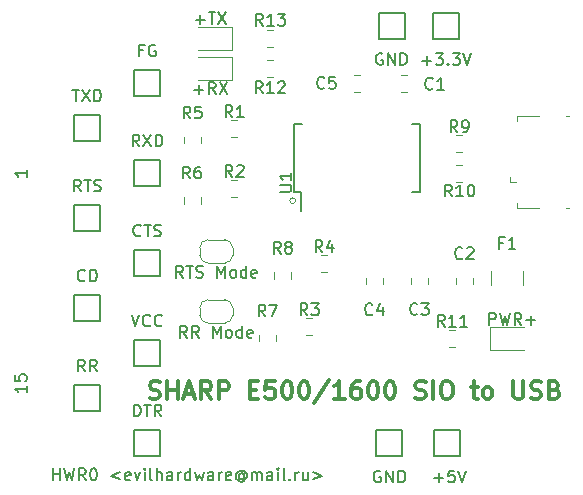
<source format=gbr>
%TF.GenerationSoftware,KiCad,Pcbnew,(5.1.6)-1*%
%TF.CreationDate,2020-08-24T13:49:57+03:00*%
%TF.ProjectId,PC1600SIO,50433136-3030-4534-994f-2e6b69636164,rev?*%
%TF.SameCoordinates,Original*%
%TF.FileFunction,Legend,Top*%
%TF.FilePolarity,Positive*%
%FSLAX46Y46*%
G04 Gerber Fmt 4.6, Leading zero omitted, Abs format (unit mm)*
G04 Created by KiCad (PCBNEW (5.1.6)-1) date 2020-08-24 13:49:57*
%MOMM*%
%LPD*%
G01*
G04 APERTURE LIST*
%ADD10C,0.150000*%
%ADD11C,0.350000*%
%ADD12C,0.120000*%
G04 APERTURE END LIST*
D10*
X98704238Y-151709380D02*
X98704238Y-150709380D01*
X98704238Y-151185571D02*
X99275666Y-151185571D01*
X99275666Y-151709380D02*
X99275666Y-150709380D01*
X99656619Y-150709380D02*
X99894714Y-151709380D01*
X100085190Y-150995095D01*
X100275666Y-151709380D01*
X100513761Y-150709380D01*
X101466142Y-151709380D02*
X101132809Y-151233190D01*
X100894714Y-151709380D02*
X100894714Y-150709380D01*
X101275666Y-150709380D01*
X101370904Y-150757000D01*
X101418523Y-150804619D01*
X101466142Y-150899857D01*
X101466142Y-151042714D01*
X101418523Y-151137952D01*
X101370904Y-151185571D01*
X101275666Y-151233190D01*
X100894714Y-151233190D01*
X102085190Y-150709380D02*
X102180428Y-150709380D01*
X102275666Y-150757000D01*
X102323285Y-150804619D01*
X102370904Y-150899857D01*
X102418523Y-151090333D01*
X102418523Y-151328428D01*
X102370904Y-151518904D01*
X102323285Y-151614142D01*
X102275666Y-151661761D01*
X102180428Y-151709380D01*
X102085190Y-151709380D01*
X101989952Y-151661761D01*
X101942333Y-151614142D01*
X101894714Y-151518904D01*
X101847095Y-151328428D01*
X101847095Y-151090333D01*
X101894714Y-150899857D01*
X101942333Y-150804619D01*
X101989952Y-150757000D01*
X102085190Y-150709380D01*
X104370904Y-151042714D02*
X103609000Y-151328428D01*
X104370904Y-151614142D01*
X105228047Y-151661761D02*
X105132809Y-151709380D01*
X104942333Y-151709380D01*
X104847095Y-151661761D01*
X104799476Y-151566523D01*
X104799476Y-151185571D01*
X104847095Y-151090333D01*
X104942333Y-151042714D01*
X105132809Y-151042714D01*
X105228047Y-151090333D01*
X105275666Y-151185571D01*
X105275666Y-151280809D01*
X104799476Y-151376047D01*
X105609000Y-151042714D02*
X105847095Y-151709380D01*
X106085190Y-151042714D01*
X106466142Y-151709380D02*
X106466142Y-151042714D01*
X106466142Y-150709380D02*
X106418523Y-150757000D01*
X106466142Y-150804619D01*
X106513761Y-150757000D01*
X106466142Y-150709380D01*
X106466142Y-150804619D01*
X107085190Y-151709380D02*
X106989952Y-151661761D01*
X106942333Y-151566523D01*
X106942333Y-150709380D01*
X107466142Y-151709380D02*
X107466142Y-150709380D01*
X107894714Y-151709380D02*
X107894714Y-151185571D01*
X107847095Y-151090333D01*
X107751857Y-151042714D01*
X107609000Y-151042714D01*
X107513761Y-151090333D01*
X107466142Y-151137952D01*
X108799476Y-151709380D02*
X108799476Y-151185571D01*
X108751857Y-151090333D01*
X108656619Y-151042714D01*
X108466142Y-151042714D01*
X108370904Y-151090333D01*
X108799476Y-151661761D02*
X108704238Y-151709380D01*
X108466142Y-151709380D01*
X108370904Y-151661761D01*
X108323285Y-151566523D01*
X108323285Y-151471285D01*
X108370904Y-151376047D01*
X108466142Y-151328428D01*
X108704238Y-151328428D01*
X108799476Y-151280809D01*
X109275666Y-151709380D02*
X109275666Y-151042714D01*
X109275666Y-151233190D02*
X109323285Y-151137952D01*
X109370904Y-151090333D01*
X109466142Y-151042714D01*
X109561380Y-151042714D01*
X110323285Y-151709380D02*
X110323285Y-150709380D01*
X110323285Y-151661761D02*
X110228047Y-151709380D01*
X110037571Y-151709380D01*
X109942333Y-151661761D01*
X109894714Y-151614142D01*
X109847095Y-151518904D01*
X109847095Y-151233190D01*
X109894714Y-151137952D01*
X109942333Y-151090333D01*
X110037571Y-151042714D01*
X110228047Y-151042714D01*
X110323285Y-151090333D01*
X110704238Y-151042714D02*
X110894714Y-151709380D01*
X111085190Y-151233190D01*
X111275666Y-151709380D01*
X111466142Y-151042714D01*
X112275666Y-151709380D02*
X112275666Y-151185571D01*
X112228047Y-151090333D01*
X112132809Y-151042714D01*
X111942333Y-151042714D01*
X111847095Y-151090333D01*
X112275666Y-151661761D02*
X112180428Y-151709380D01*
X111942333Y-151709380D01*
X111847095Y-151661761D01*
X111799476Y-151566523D01*
X111799476Y-151471285D01*
X111847095Y-151376047D01*
X111942333Y-151328428D01*
X112180428Y-151328428D01*
X112275666Y-151280809D01*
X112751857Y-151709380D02*
X112751857Y-151042714D01*
X112751857Y-151233190D02*
X112799476Y-151137952D01*
X112847095Y-151090333D01*
X112942333Y-151042714D01*
X113037571Y-151042714D01*
X113751857Y-151661761D02*
X113656619Y-151709380D01*
X113466142Y-151709380D01*
X113370904Y-151661761D01*
X113323285Y-151566523D01*
X113323285Y-151185571D01*
X113370904Y-151090333D01*
X113466142Y-151042714D01*
X113656619Y-151042714D01*
X113751857Y-151090333D01*
X113799476Y-151185571D01*
X113799476Y-151280809D01*
X113323285Y-151376047D01*
X114847095Y-151233190D02*
X114799476Y-151185571D01*
X114704238Y-151137952D01*
X114609000Y-151137952D01*
X114513761Y-151185571D01*
X114466142Y-151233190D01*
X114418523Y-151328428D01*
X114418523Y-151423666D01*
X114466142Y-151518904D01*
X114513761Y-151566523D01*
X114609000Y-151614142D01*
X114704238Y-151614142D01*
X114799476Y-151566523D01*
X114847095Y-151518904D01*
X114847095Y-151137952D02*
X114847095Y-151518904D01*
X114894714Y-151566523D01*
X114942333Y-151566523D01*
X115037571Y-151518904D01*
X115085190Y-151423666D01*
X115085190Y-151185571D01*
X114989952Y-151042714D01*
X114847095Y-150947476D01*
X114656619Y-150899857D01*
X114466142Y-150947476D01*
X114323285Y-151042714D01*
X114228047Y-151185571D01*
X114180428Y-151376047D01*
X114228047Y-151566523D01*
X114323285Y-151709380D01*
X114466142Y-151804619D01*
X114656619Y-151852238D01*
X114847095Y-151804619D01*
X114989952Y-151709380D01*
X115513761Y-151709380D02*
X115513761Y-151042714D01*
X115513761Y-151137952D02*
X115561380Y-151090333D01*
X115656619Y-151042714D01*
X115799476Y-151042714D01*
X115894714Y-151090333D01*
X115942333Y-151185571D01*
X115942333Y-151709380D01*
X115942333Y-151185571D02*
X115989952Y-151090333D01*
X116085190Y-151042714D01*
X116228047Y-151042714D01*
X116323285Y-151090333D01*
X116370904Y-151185571D01*
X116370904Y-151709380D01*
X117275666Y-151709380D02*
X117275666Y-151185571D01*
X117228047Y-151090333D01*
X117132809Y-151042714D01*
X116942333Y-151042714D01*
X116847095Y-151090333D01*
X117275666Y-151661761D02*
X117180428Y-151709380D01*
X116942333Y-151709380D01*
X116847095Y-151661761D01*
X116799476Y-151566523D01*
X116799476Y-151471285D01*
X116847095Y-151376047D01*
X116942333Y-151328428D01*
X117180428Y-151328428D01*
X117275666Y-151280809D01*
X117751857Y-151709380D02*
X117751857Y-151042714D01*
X117751857Y-150709380D02*
X117704238Y-150757000D01*
X117751857Y-150804619D01*
X117799476Y-150757000D01*
X117751857Y-150709380D01*
X117751857Y-150804619D01*
X118370904Y-151709380D02*
X118275666Y-151661761D01*
X118228047Y-151566523D01*
X118228047Y-150709380D01*
X118751857Y-151614142D02*
X118799476Y-151661761D01*
X118751857Y-151709380D01*
X118704238Y-151661761D01*
X118751857Y-151614142D01*
X118751857Y-151709380D01*
X119228047Y-151709380D02*
X119228047Y-151042714D01*
X119228047Y-151233190D02*
X119275666Y-151137952D01*
X119323285Y-151090333D01*
X119418523Y-151042714D01*
X119513761Y-151042714D01*
X120275666Y-151042714D02*
X120275666Y-151709380D01*
X119847095Y-151042714D02*
X119847095Y-151566523D01*
X119894714Y-151661761D01*
X119989952Y-151709380D01*
X120132809Y-151709380D01*
X120228047Y-151661761D01*
X120275666Y-151614142D01*
X120751857Y-151042714D02*
X121513761Y-151328428D01*
X120751857Y-151614142D01*
D11*
X106884571Y-144752142D02*
X107098857Y-144823571D01*
X107455999Y-144823571D01*
X107598857Y-144752142D01*
X107670285Y-144680714D01*
X107741714Y-144537857D01*
X107741714Y-144395000D01*
X107670285Y-144252142D01*
X107598857Y-144180714D01*
X107455999Y-144109285D01*
X107170285Y-144037857D01*
X107027428Y-143966428D01*
X106955999Y-143895000D01*
X106884571Y-143752142D01*
X106884571Y-143609285D01*
X106955999Y-143466428D01*
X107027428Y-143395000D01*
X107170285Y-143323571D01*
X107527428Y-143323571D01*
X107741714Y-143395000D01*
X108384571Y-144823571D02*
X108384571Y-143323571D01*
X108384571Y-144037857D02*
X109241714Y-144037857D01*
X109241714Y-144823571D02*
X109241714Y-143323571D01*
X109884571Y-144395000D02*
X110598857Y-144395000D01*
X109741714Y-144823571D02*
X110241714Y-143323571D01*
X110741714Y-144823571D01*
X112098857Y-144823571D02*
X111598857Y-144109285D01*
X111241714Y-144823571D02*
X111241714Y-143323571D01*
X111813142Y-143323571D01*
X111955999Y-143395000D01*
X112027428Y-143466428D01*
X112098857Y-143609285D01*
X112098857Y-143823571D01*
X112027428Y-143966428D01*
X111955999Y-144037857D01*
X111813142Y-144109285D01*
X111241714Y-144109285D01*
X112741714Y-144823571D02*
X112741714Y-143323571D01*
X113313142Y-143323571D01*
X113455999Y-143395000D01*
X113527428Y-143466428D01*
X113598857Y-143609285D01*
X113598857Y-143823571D01*
X113527428Y-143966428D01*
X113455999Y-144037857D01*
X113313142Y-144109285D01*
X112741714Y-144109285D01*
X115384571Y-144037857D02*
X115884571Y-144037857D01*
X116098857Y-144823571D02*
X115384571Y-144823571D01*
X115384571Y-143323571D01*
X116098857Y-143323571D01*
X117455999Y-143323571D02*
X116741714Y-143323571D01*
X116670285Y-144037857D01*
X116741714Y-143966428D01*
X116884571Y-143895000D01*
X117241714Y-143895000D01*
X117384571Y-143966428D01*
X117455999Y-144037857D01*
X117527428Y-144180714D01*
X117527428Y-144537857D01*
X117455999Y-144680714D01*
X117384571Y-144752142D01*
X117241714Y-144823571D01*
X116884571Y-144823571D01*
X116741714Y-144752142D01*
X116670285Y-144680714D01*
X118456000Y-143323571D02*
X118598857Y-143323571D01*
X118741714Y-143395000D01*
X118813142Y-143466428D01*
X118884571Y-143609285D01*
X118956000Y-143895000D01*
X118956000Y-144252142D01*
X118884571Y-144537857D01*
X118813142Y-144680714D01*
X118741714Y-144752142D01*
X118598857Y-144823571D01*
X118456000Y-144823571D01*
X118313142Y-144752142D01*
X118241714Y-144680714D01*
X118170285Y-144537857D01*
X118098857Y-144252142D01*
X118098857Y-143895000D01*
X118170285Y-143609285D01*
X118241714Y-143466428D01*
X118313142Y-143395000D01*
X118456000Y-143323571D01*
X119884571Y-143323571D02*
X120027428Y-143323571D01*
X120170285Y-143395000D01*
X120241714Y-143466428D01*
X120313142Y-143609285D01*
X120384571Y-143895000D01*
X120384571Y-144252142D01*
X120313142Y-144537857D01*
X120241714Y-144680714D01*
X120170285Y-144752142D01*
X120027428Y-144823571D01*
X119884571Y-144823571D01*
X119741714Y-144752142D01*
X119670285Y-144680714D01*
X119598857Y-144537857D01*
X119527428Y-144252142D01*
X119527428Y-143895000D01*
X119598857Y-143609285D01*
X119670285Y-143466428D01*
X119741714Y-143395000D01*
X119884571Y-143323571D01*
X122098857Y-143252142D02*
X120813142Y-145180714D01*
X123384571Y-144823571D02*
X122527428Y-144823571D01*
X122956000Y-144823571D02*
X122956000Y-143323571D01*
X122813142Y-143537857D01*
X122670285Y-143680714D01*
X122527428Y-143752142D01*
X124670285Y-143323571D02*
X124384571Y-143323571D01*
X124241714Y-143395000D01*
X124170285Y-143466428D01*
X124027428Y-143680714D01*
X123956000Y-143966428D01*
X123956000Y-144537857D01*
X124027428Y-144680714D01*
X124098857Y-144752142D01*
X124241714Y-144823571D01*
X124527428Y-144823571D01*
X124670285Y-144752142D01*
X124741714Y-144680714D01*
X124813142Y-144537857D01*
X124813142Y-144180714D01*
X124741714Y-144037857D01*
X124670285Y-143966428D01*
X124527428Y-143895000D01*
X124241714Y-143895000D01*
X124098857Y-143966428D01*
X124027428Y-144037857D01*
X123956000Y-144180714D01*
X125741714Y-143323571D02*
X125884571Y-143323571D01*
X126027428Y-143395000D01*
X126098857Y-143466428D01*
X126170285Y-143609285D01*
X126241714Y-143895000D01*
X126241714Y-144252142D01*
X126170285Y-144537857D01*
X126098857Y-144680714D01*
X126027428Y-144752142D01*
X125884571Y-144823571D01*
X125741714Y-144823571D01*
X125598857Y-144752142D01*
X125527428Y-144680714D01*
X125456000Y-144537857D01*
X125384571Y-144252142D01*
X125384571Y-143895000D01*
X125456000Y-143609285D01*
X125527428Y-143466428D01*
X125598857Y-143395000D01*
X125741714Y-143323571D01*
X127170285Y-143323571D02*
X127313142Y-143323571D01*
X127456000Y-143395000D01*
X127527428Y-143466428D01*
X127598857Y-143609285D01*
X127670285Y-143895000D01*
X127670285Y-144252142D01*
X127598857Y-144537857D01*
X127527428Y-144680714D01*
X127456000Y-144752142D01*
X127313142Y-144823571D01*
X127170285Y-144823571D01*
X127027428Y-144752142D01*
X126956000Y-144680714D01*
X126884571Y-144537857D01*
X126813142Y-144252142D01*
X126813142Y-143895000D01*
X126884571Y-143609285D01*
X126956000Y-143466428D01*
X127027428Y-143395000D01*
X127170285Y-143323571D01*
X129384571Y-144752142D02*
X129598857Y-144823571D01*
X129956000Y-144823571D01*
X130098857Y-144752142D01*
X130170285Y-144680714D01*
X130241714Y-144537857D01*
X130241714Y-144395000D01*
X130170285Y-144252142D01*
X130098857Y-144180714D01*
X129956000Y-144109285D01*
X129670285Y-144037857D01*
X129527428Y-143966428D01*
X129456000Y-143895000D01*
X129384571Y-143752142D01*
X129384571Y-143609285D01*
X129456000Y-143466428D01*
X129527428Y-143395000D01*
X129670285Y-143323571D01*
X130027428Y-143323571D01*
X130241714Y-143395000D01*
X130884571Y-144823571D02*
X130884571Y-143323571D01*
X131884571Y-143323571D02*
X132170285Y-143323571D01*
X132313142Y-143395000D01*
X132455999Y-143537857D01*
X132527428Y-143823571D01*
X132527428Y-144323571D01*
X132455999Y-144609285D01*
X132313142Y-144752142D01*
X132170285Y-144823571D01*
X131884571Y-144823571D01*
X131741714Y-144752142D01*
X131598857Y-144609285D01*
X131527428Y-144323571D01*
X131527428Y-143823571D01*
X131598857Y-143537857D01*
X131741714Y-143395000D01*
X131884571Y-143323571D01*
X134098857Y-143823571D02*
X134670285Y-143823571D01*
X134313142Y-143323571D02*
X134313142Y-144609285D01*
X134384571Y-144752142D01*
X134527428Y-144823571D01*
X134670285Y-144823571D01*
X135384571Y-144823571D02*
X135241714Y-144752142D01*
X135170285Y-144680714D01*
X135098857Y-144537857D01*
X135098857Y-144109285D01*
X135170285Y-143966428D01*
X135241714Y-143895000D01*
X135384571Y-143823571D01*
X135598857Y-143823571D01*
X135741714Y-143895000D01*
X135813142Y-143966428D01*
X135884571Y-144109285D01*
X135884571Y-144537857D01*
X135813142Y-144680714D01*
X135741714Y-144752142D01*
X135598857Y-144823571D01*
X135384571Y-144823571D01*
X137670285Y-143323571D02*
X137670285Y-144537857D01*
X137741714Y-144680714D01*
X137813142Y-144752142D01*
X137956000Y-144823571D01*
X138241714Y-144823571D01*
X138384571Y-144752142D01*
X138456000Y-144680714D01*
X138527428Y-144537857D01*
X138527428Y-143323571D01*
X139170285Y-144752142D02*
X139384571Y-144823571D01*
X139741714Y-144823571D01*
X139884571Y-144752142D01*
X139956000Y-144680714D01*
X140027428Y-144537857D01*
X140027428Y-144395000D01*
X139956000Y-144252142D01*
X139884571Y-144180714D01*
X139741714Y-144109285D01*
X139456000Y-144037857D01*
X139313142Y-143966428D01*
X139241714Y-143895000D01*
X139170285Y-143752142D01*
X139170285Y-143609285D01*
X139241714Y-143466428D01*
X139313142Y-143395000D01*
X139456000Y-143323571D01*
X139813142Y-143323571D01*
X140027428Y-143395000D01*
X141170285Y-144037857D02*
X141384571Y-144109285D01*
X141456000Y-144180714D01*
X141527428Y-144323571D01*
X141527428Y-144537857D01*
X141456000Y-144680714D01*
X141384571Y-144752142D01*
X141241714Y-144823571D01*
X140670285Y-144823571D01*
X140670285Y-143323571D01*
X141170285Y-143323571D01*
X141313142Y-143395000D01*
X141384571Y-143466428D01*
X141456000Y-143609285D01*
X141456000Y-143752142D01*
X141384571Y-143895000D01*
X141313142Y-143966428D01*
X141170285Y-144037857D01*
X140670285Y-144037857D01*
D10*
X96464380Y-143700476D02*
X96464380Y-144271904D01*
X96464380Y-143986190D02*
X95464380Y-143986190D01*
X95607238Y-144081428D01*
X95702476Y-144176666D01*
X95750095Y-144271904D01*
X95464380Y-142795714D02*
X95464380Y-143271904D01*
X95940571Y-143319523D01*
X95892952Y-143271904D01*
X95845333Y-143176666D01*
X95845333Y-142938571D01*
X95892952Y-142843333D01*
X95940571Y-142795714D01*
X96035809Y-142748095D01*
X96273904Y-142748095D01*
X96369142Y-142795714D01*
X96416761Y-142843333D01*
X96464380Y-142938571D01*
X96464380Y-143176666D01*
X96416761Y-143271904D01*
X96369142Y-143319523D01*
X96464380Y-125444285D02*
X96464380Y-126015714D01*
X96464380Y-125730000D02*
X95464380Y-125730000D01*
X95607238Y-125825238D01*
X95702476Y-125920476D01*
X95750095Y-126015714D01*
X126415895Y-150934800D02*
X126320657Y-150887180D01*
X126177800Y-150887180D01*
X126034942Y-150934800D01*
X125939704Y-151030038D01*
X125892085Y-151125276D01*
X125844466Y-151315752D01*
X125844466Y-151458609D01*
X125892085Y-151649085D01*
X125939704Y-151744323D01*
X126034942Y-151839561D01*
X126177800Y-151887180D01*
X126273038Y-151887180D01*
X126415895Y-151839561D01*
X126463514Y-151791942D01*
X126463514Y-151458609D01*
X126273038Y-151458609D01*
X126892085Y-151887180D02*
X126892085Y-150887180D01*
X127463514Y-151887180D01*
X127463514Y-150887180D01*
X127939704Y-151887180D02*
X127939704Y-150887180D01*
X128177800Y-150887180D01*
X128320657Y-150934800D01*
X128415895Y-151030038D01*
X128463514Y-151125276D01*
X128511133Y-151315752D01*
X128511133Y-151458609D01*
X128463514Y-151649085D01*
X128415895Y-151744323D01*
X128320657Y-151839561D01*
X128177800Y-151887180D01*
X127939704Y-151887180D01*
X130972085Y-151506228D02*
X131733990Y-151506228D01*
X131353038Y-151887180D02*
X131353038Y-151125276D01*
X132686371Y-150887180D02*
X132210180Y-150887180D01*
X132162561Y-151363371D01*
X132210180Y-151315752D01*
X132305419Y-151268133D01*
X132543514Y-151268133D01*
X132638752Y-151315752D01*
X132686371Y-151363371D01*
X132733990Y-151458609D01*
X132733990Y-151696704D01*
X132686371Y-151791942D01*
X132638752Y-151839561D01*
X132543514Y-151887180D01*
X132305419Y-151887180D01*
X132210180Y-151839561D01*
X132162561Y-151791942D01*
X133019704Y-150887180D02*
X133353038Y-151887180D01*
X133686371Y-150887180D01*
X126593695Y-115603400D02*
X126498457Y-115555780D01*
X126355600Y-115555780D01*
X126212742Y-115603400D01*
X126117504Y-115698638D01*
X126069885Y-115793876D01*
X126022266Y-115984352D01*
X126022266Y-116127209D01*
X126069885Y-116317685D01*
X126117504Y-116412923D01*
X126212742Y-116508161D01*
X126355600Y-116555780D01*
X126450838Y-116555780D01*
X126593695Y-116508161D01*
X126641314Y-116460542D01*
X126641314Y-116127209D01*
X126450838Y-116127209D01*
X127069885Y-116555780D02*
X127069885Y-115555780D01*
X127641314Y-116555780D01*
X127641314Y-115555780D01*
X128117504Y-116555780D02*
X128117504Y-115555780D01*
X128355600Y-115555780D01*
X128498457Y-115603400D01*
X128593695Y-115698638D01*
X128641314Y-115793876D01*
X128688933Y-115984352D01*
X128688933Y-116127209D01*
X128641314Y-116317685D01*
X128593695Y-116412923D01*
X128498457Y-116508161D01*
X128355600Y-116555780D01*
X128117504Y-116555780D01*
X129953000Y-116174828D02*
X130714904Y-116174828D01*
X130333952Y-116555780D02*
X130333952Y-115793876D01*
X131095857Y-115555780D02*
X131714904Y-115555780D01*
X131381571Y-115936733D01*
X131524428Y-115936733D01*
X131619666Y-115984352D01*
X131667285Y-116031971D01*
X131714904Y-116127209D01*
X131714904Y-116365304D01*
X131667285Y-116460542D01*
X131619666Y-116508161D01*
X131524428Y-116555780D01*
X131238714Y-116555780D01*
X131143476Y-116508161D01*
X131095857Y-116460542D01*
X132143476Y-116460542D02*
X132191095Y-116508161D01*
X132143476Y-116555780D01*
X132095857Y-116508161D01*
X132143476Y-116460542D01*
X132143476Y-116555780D01*
X132524428Y-115555780D02*
X133143476Y-115555780D01*
X132810142Y-115936733D01*
X132953000Y-115936733D01*
X133048238Y-115984352D01*
X133095857Y-116031971D01*
X133143476Y-116127209D01*
X133143476Y-116365304D01*
X133095857Y-116460542D01*
X133048238Y-116508161D01*
X132953000Y-116555780D01*
X132667285Y-116555780D01*
X132572047Y-116508161D01*
X132524428Y-116460542D01*
X133429190Y-115555780D02*
X133762523Y-116555780D01*
X134095857Y-115555780D01*
X110775904Y-112720428D02*
X111537809Y-112720428D01*
X111156857Y-113101380D02*
X111156857Y-112339476D01*
X111871142Y-112101380D02*
X112442571Y-112101380D01*
X112156857Y-113101380D02*
X112156857Y-112101380D01*
X112680666Y-112101380D02*
X113347333Y-113101380D01*
X113347333Y-112101380D02*
X112680666Y-113101380D01*
X110656857Y-118638628D02*
X111418761Y-118638628D01*
X111037809Y-119019580D02*
X111037809Y-118257676D01*
X112466380Y-119019580D02*
X112133047Y-118543390D01*
X111894952Y-119019580D02*
X111894952Y-118019580D01*
X112275904Y-118019580D01*
X112371142Y-118067200D01*
X112418761Y-118114819D01*
X112466380Y-118210057D01*
X112466380Y-118352914D01*
X112418761Y-118448152D01*
X112371142Y-118495771D01*
X112275904Y-118543390D01*
X111894952Y-118543390D01*
X112799714Y-118019580D02*
X113466380Y-119019580D01*
X113466380Y-118019580D02*
X112799714Y-119019580D01*
X135639419Y-138552180D02*
X135639419Y-137552180D01*
X136020371Y-137552180D01*
X136115609Y-137599800D01*
X136163228Y-137647419D01*
X136210847Y-137742657D01*
X136210847Y-137885514D01*
X136163228Y-137980752D01*
X136115609Y-138028371D01*
X136020371Y-138075990D01*
X135639419Y-138075990D01*
X136544180Y-137552180D02*
X136782276Y-138552180D01*
X136972752Y-137837895D01*
X137163228Y-138552180D01*
X137401323Y-137552180D01*
X138353704Y-138552180D02*
X138020371Y-138075990D01*
X137782276Y-138552180D02*
X137782276Y-137552180D01*
X138163228Y-137552180D01*
X138258466Y-137599800D01*
X138306085Y-137647419D01*
X138353704Y-137742657D01*
X138353704Y-137885514D01*
X138306085Y-137980752D01*
X138258466Y-138028371D01*
X138163228Y-138075990D01*
X137782276Y-138075990D01*
X138782276Y-138171228D02*
X139544180Y-138171228D01*
X139163228Y-138552180D02*
X139163228Y-137790276D01*
D12*
X119239966Y-128041400D02*
G75*
G03*
X119239966Y-128041400I-240966J0D01*
G01*
D10*
X109688666Y-134564380D02*
X109355333Y-134088190D01*
X109117238Y-134564380D02*
X109117238Y-133564380D01*
X109498190Y-133564380D01*
X109593428Y-133612000D01*
X109641047Y-133659619D01*
X109688666Y-133754857D01*
X109688666Y-133897714D01*
X109641047Y-133992952D01*
X109593428Y-134040571D01*
X109498190Y-134088190D01*
X109117238Y-134088190D01*
X109974380Y-133564380D02*
X110545809Y-133564380D01*
X110260095Y-134564380D02*
X110260095Y-133564380D01*
X110831523Y-134516761D02*
X110974380Y-134564380D01*
X111212476Y-134564380D01*
X111307714Y-134516761D01*
X111355333Y-134469142D01*
X111402952Y-134373904D01*
X111402952Y-134278666D01*
X111355333Y-134183428D01*
X111307714Y-134135809D01*
X111212476Y-134088190D01*
X111022000Y-134040571D01*
X110926761Y-133992952D01*
X110879142Y-133945333D01*
X110831523Y-133850095D01*
X110831523Y-133754857D01*
X110879142Y-133659619D01*
X110926761Y-133612000D01*
X111022000Y-133564380D01*
X111260095Y-133564380D01*
X111402952Y-133612000D01*
X112593428Y-134564380D02*
X112593428Y-133564380D01*
X112926761Y-134278666D01*
X113260095Y-133564380D01*
X113260095Y-134564380D01*
X113879142Y-134564380D02*
X113783904Y-134516761D01*
X113736285Y-134469142D01*
X113688666Y-134373904D01*
X113688666Y-134088190D01*
X113736285Y-133992952D01*
X113783904Y-133945333D01*
X113879142Y-133897714D01*
X114022000Y-133897714D01*
X114117238Y-133945333D01*
X114164857Y-133992952D01*
X114212476Y-134088190D01*
X114212476Y-134373904D01*
X114164857Y-134469142D01*
X114117238Y-134516761D01*
X114022000Y-134564380D01*
X113879142Y-134564380D01*
X115069619Y-134564380D02*
X115069619Y-133564380D01*
X115069619Y-134516761D02*
X114974380Y-134564380D01*
X114783904Y-134564380D01*
X114688666Y-134516761D01*
X114641047Y-134469142D01*
X114593428Y-134373904D01*
X114593428Y-134088190D01*
X114641047Y-133992952D01*
X114688666Y-133945333D01*
X114783904Y-133897714D01*
X114974380Y-133897714D01*
X115069619Y-133945333D01*
X115926761Y-134516761D02*
X115831523Y-134564380D01*
X115641047Y-134564380D01*
X115545809Y-134516761D01*
X115498190Y-134421523D01*
X115498190Y-134040571D01*
X115545809Y-133945333D01*
X115641047Y-133897714D01*
X115831523Y-133897714D01*
X115926761Y-133945333D01*
X115974380Y-134040571D01*
X115974380Y-134135809D01*
X115498190Y-134231047D01*
X110045809Y-139644380D02*
X109712476Y-139168190D01*
X109474380Y-139644380D02*
X109474380Y-138644380D01*
X109855333Y-138644380D01*
X109950571Y-138692000D01*
X109998190Y-138739619D01*
X110045809Y-138834857D01*
X110045809Y-138977714D01*
X109998190Y-139072952D01*
X109950571Y-139120571D01*
X109855333Y-139168190D01*
X109474380Y-139168190D01*
X111045809Y-139644380D02*
X110712476Y-139168190D01*
X110474380Y-139644380D02*
X110474380Y-138644380D01*
X110855333Y-138644380D01*
X110950571Y-138692000D01*
X110998190Y-138739619D01*
X111045809Y-138834857D01*
X111045809Y-138977714D01*
X110998190Y-139072952D01*
X110950571Y-139120571D01*
X110855333Y-139168190D01*
X110474380Y-139168190D01*
X112236285Y-139644380D02*
X112236285Y-138644380D01*
X112569619Y-139358666D01*
X112902952Y-138644380D01*
X112902952Y-139644380D01*
X113522000Y-139644380D02*
X113426761Y-139596761D01*
X113379142Y-139549142D01*
X113331523Y-139453904D01*
X113331523Y-139168190D01*
X113379142Y-139072952D01*
X113426761Y-139025333D01*
X113522000Y-138977714D01*
X113664857Y-138977714D01*
X113760095Y-139025333D01*
X113807714Y-139072952D01*
X113855333Y-139168190D01*
X113855333Y-139453904D01*
X113807714Y-139549142D01*
X113760095Y-139596761D01*
X113664857Y-139644380D01*
X113522000Y-139644380D01*
X114712476Y-139644380D02*
X114712476Y-138644380D01*
X114712476Y-139596761D02*
X114617238Y-139644380D01*
X114426761Y-139644380D01*
X114331523Y-139596761D01*
X114283904Y-139549142D01*
X114236285Y-139453904D01*
X114236285Y-139168190D01*
X114283904Y-139072952D01*
X114331523Y-139025333D01*
X114426761Y-138977714D01*
X114617238Y-138977714D01*
X114712476Y-139025333D01*
X115569619Y-139596761D02*
X115474380Y-139644380D01*
X115283904Y-139644380D01*
X115188666Y-139596761D01*
X115141047Y-139501523D01*
X115141047Y-139120571D01*
X115188666Y-139025333D01*
X115283904Y-138977714D01*
X115474380Y-138977714D01*
X115569619Y-139025333D01*
X115617238Y-139120571D01*
X115617238Y-139215809D01*
X115141047Y-139311047D01*
X105537142Y-146299180D02*
X105537142Y-145299180D01*
X105775238Y-145299180D01*
X105918095Y-145346800D01*
X106013333Y-145442038D01*
X106060952Y-145537276D01*
X106108571Y-145727752D01*
X106108571Y-145870609D01*
X106060952Y-146061085D01*
X106013333Y-146156323D01*
X105918095Y-146251561D01*
X105775238Y-146299180D01*
X105537142Y-146299180D01*
X106394285Y-145299180D02*
X106965714Y-145299180D01*
X106680000Y-146299180D02*
X106680000Y-145299180D01*
X107870476Y-146299180D02*
X107537142Y-145822990D01*
X107299047Y-146299180D02*
X107299047Y-145299180D01*
X107680000Y-145299180D01*
X107775238Y-145346800D01*
X107822857Y-145394419D01*
X107870476Y-145489657D01*
X107870476Y-145632514D01*
X107822857Y-145727752D01*
X107775238Y-145775371D01*
X107680000Y-145822990D01*
X107299047Y-145822990D01*
X101409523Y-142489180D02*
X101076190Y-142012990D01*
X100838095Y-142489180D02*
X100838095Y-141489180D01*
X101219047Y-141489180D01*
X101314285Y-141536800D01*
X101361904Y-141584419D01*
X101409523Y-141679657D01*
X101409523Y-141822514D01*
X101361904Y-141917752D01*
X101314285Y-141965371D01*
X101219047Y-142012990D01*
X100838095Y-142012990D01*
X102409523Y-142489180D02*
X102076190Y-142012990D01*
X101838095Y-142489180D02*
X101838095Y-141489180D01*
X102219047Y-141489180D01*
X102314285Y-141536800D01*
X102361904Y-141584419D01*
X102409523Y-141679657D01*
X102409523Y-141822514D01*
X102361904Y-141917752D01*
X102314285Y-141965371D01*
X102219047Y-142012990D01*
X101838095Y-142012990D01*
X105346666Y-137679180D02*
X105680000Y-138679180D01*
X106013333Y-137679180D01*
X106918095Y-138583942D02*
X106870476Y-138631561D01*
X106727619Y-138679180D01*
X106632380Y-138679180D01*
X106489523Y-138631561D01*
X106394285Y-138536323D01*
X106346666Y-138441085D01*
X106299047Y-138250609D01*
X106299047Y-138107752D01*
X106346666Y-137917276D01*
X106394285Y-137822038D01*
X106489523Y-137726800D01*
X106632380Y-137679180D01*
X106727619Y-137679180D01*
X106870476Y-137726800D01*
X106918095Y-137774419D01*
X107918095Y-138583942D02*
X107870476Y-138631561D01*
X107727619Y-138679180D01*
X107632380Y-138679180D01*
X107489523Y-138631561D01*
X107394285Y-138536323D01*
X107346666Y-138441085D01*
X107299047Y-138250609D01*
X107299047Y-138107752D01*
X107346666Y-137917276D01*
X107394285Y-137822038D01*
X107489523Y-137726800D01*
X107632380Y-137679180D01*
X107727619Y-137679180D01*
X107870476Y-137726800D01*
X107918095Y-137774419D01*
X101409523Y-134773942D02*
X101361904Y-134821561D01*
X101219047Y-134869180D01*
X101123809Y-134869180D01*
X100980952Y-134821561D01*
X100885714Y-134726323D01*
X100838095Y-134631085D01*
X100790476Y-134440609D01*
X100790476Y-134297752D01*
X100838095Y-134107276D01*
X100885714Y-134012038D01*
X100980952Y-133916800D01*
X101123809Y-133869180D01*
X101219047Y-133869180D01*
X101361904Y-133916800D01*
X101409523Y-133964419D01*
X101838095Y-134869180D02*
X101838095Y-133869180D01*
X102076190Y-133869180D01*
X102219047Y-133916800D01*
X102314285Y-134012038D01*
X102361904Y-134107276D01*
X102409523Y-134297752D01*
X102409523Y-134440609D01*
X102361904Y-134631085D01*
X102314285Y-134726323D01*
X102219047Y-134821561D01*
X102076190Y-134869180D01*
X101838095Y-134869180D01*
X106132380Y-130963942D02*
X106084761Y-131011561D01*
X105941904Y-131059180D01*
X105846666Y-131059180D01*
X105703809Y-131011561D01*
X105608571Y-130916323D01*
X105560952Y-130821085D01*
X105513333Y-130630609D01*
X105513333Y-130487752D01*
X105560952Y-130297276D01*
X105608571Y-130202038D01*
X105703809Y-130106800D01*
X105846666Y-130059180D01*
X105941904Y-130059180D01*
X106084761Y-130106800D01*
X106132380Y-130154419D01*
X106418095Y-130059180D02*
X106989523Y-130059180D01*
X106703809Y-131059180D02*
X106703809Y-130059180D01*
X107275238Y-131011561D02*
X107418095Y-131059180D01*
X107656190Y-131059180D01*
X107751428Y-131011561D01*
X107799047Y-130963942D01*
X107846666Y-130868704D01*
X107846666Y-130773466D01*
X107799047Y-130678228D01*
X107751428Y-130630609D01*
X107656190Y-130582990D01*
X107465714Y-130535371D01*
X107370476Y-130487752D01*
X107322857Y-130440133D01*
X107275238Y-130344895D01*
X107275238Y-130249657D01*
X107322857Y-130154419D01*
X107370476Y-130106800D01*
X107465714Y-130059180D01*
X107703809Y-130059180D01*
X107846666Y-130106800D01*
X101052380Y-127249180D02*
X100719047Y-126772990D01*
X100480952Y-127249180D02*
X100480952Y-126249180D01*
X100861904Y-126249180D01*
X100957142Y-126296800D01*
X101004761Y-126344419D01*
X101052380Y-126439657D01*
X101052380Y-126582514D01*
X101004761Y-126677752D01*
X100957142Y-126725371D01*
X100861904Y-126772990D01*
X100480952Y-126772990D01*
X101338095Y-126249180D02*
X101909523Y-126249180D01*
X101623809Y-127249180D02*
X101623809Y-126249180D01*
X102195238Y-127201561D02*
X102338095Y-127249180D01*
X102576190Y-127249180D01*
X102671428Y-127201561D01*
X102719047Y-127153942D01*
X102766666Y-127058704D01*
X102766666Y-126963466D01*
X102719047Y-126868228D01*
X102671428Y-126820609D01*
X102576190Y-126772990D01*
X102385714Y-126725371D01*
X102290476Y-126677752D01*
X102242857Y-126630133D01*
X102195238Y-126534895D01*
X102195238Y-126439657D01*
X102242857Y-126344419D01*
X102290476Y-126296800D01*
X102385714Y-126249180D01*
X102623809Y-126249180D01*
X102766666Y-126296800D01*
X106013333Y-123439180D02*
X105680000Y-122962990D01*
X105441904Y-123439180D02*
X105441904Y-122439180D01*
X105822857Y-122439180D01*
X105918095Y-122486800D01*
X105965714Y-122534419D01*
X106013333Y-122629657D01*
X106013333Y-122772514D01*
X105965714Y-122867752D01*
X105918095Y-122915371D01*
X105822857Y-122962990D01*
X105441904Y-122962990D01*
X106346666Y-122439180D02*
X107013333Y-123439180D01*
X107013333Y-122439180D02*
X106346666Y-123439180D01*
X107394285Y-123439180D02*
X107394285Y-122439180D01*
X107632380Y-122439180D01*
X107775238Y-122486800D01*
X107870476Y-122582038D01*
X107918095Y-122677276D01*
X107965714Y-122867752D01*
X107965714Y-123010609D01*
X107918095Y-123201085D01*
X107870476Y-123296323D01*
X107775238Y-123391561D01*
X107632380Y-123439180D01*
X107394285Y-123439180D01*
X100338095Y-118629180D02*
X100909523Y-118629180D01*
X100623809Y-119629180D02*
X100623809Y-118629180D01*
X101147619Y-118629180D02*
X101814285Y-119629180D01*
X101814285Y-118629180D02*
X101147619Y-119629180D01*
X102195238Y-119629180D02*
X102195238Y-118629180D01*
X102433333Y-118629180D01*
X102576190Y-118676800D01*
X102671428Y-118772038D01*
X102719047Y-118867276D01*
X102766666Y-119057752D01*
X102766666Y-119200609D01*
X102719047Y-119391085D01*
X102671428Y-119486323D01*
X102576190Y-119581561D01*
X102433333Y-119629180D01*
X102195238Y-119629180D01*
X106322857Y-115295371D02*
X105989523Y-115295371D01*
X105989523Y-115819180D02*
X105989523Y-114819180D01*
X106465714Y-114819180D01*
X107370476Y-114866800D02*
X107275238Y-114819180D01*
X107132380Y-114819180D01*
X106989523Y-114866800D01*
X106894285Y-114962038D01*
X106846666Y-115057276D01*
X106799047Y-115247752D01*
X106799047Y-115390609D01*
X106846666Y-115581085D01*
X106894285Y-115676323D01*
X106989523Y-115771561D01*
X107132380Y-115819180D01*
X107227619Y-115819180D01*
X107370476Y-115771561D01*
X107418095Y-115723942D01*
X107418095Y-115390609D01*
X107227619Y-115390609D01*
%TO.C,U1*%
X119710000Y-127335000D02*
X119710000Y-128935000D01*
X129785000Y-127335000D02*
X129785000Y-121585000D01*
X119135000Y-127335000D02*
X119135000Y-121585000D01*
X129785000Y-127335000D02*
X129135000Y-127335000D01*
X129785000Y-121585000D02*
X129135000Y-121585000D01*
X119135000Y-121585000D02*
X119785000Y-121585000D01*
X119135000Y-127335000D02*
X119710000Y-127335000D01*
%TO.C,J15*%
X126281000Y-112184000D02*
X128481000Y-112184000D01*
X128481000Y-112184000D02*
X128481000Y-114384000D01*
X128481000Y-114384000D02*
X126281000Y-114384000D01*
X126281000Y-114384000D02*
X126281000Y-112184000D01*
D12*
%TO.C,R13*%
X117346252Y-113590000D02*
X116823748Y-113590000D01*
X117346252Y-115010000D02*
X116823748Y-115010000D01*
%TO.C,R12*%
X117346252Y-116130000D02*
X116823748Y-116130000D01*
X117346252Y-117550000D02*
X116823748Y-117550000D01*
%TO.C,R11*%
X132236748Y-140402000D02*
X132759252Y-140402000D01*
X132236748Y-138982000D02*
X132759252Y-138982000D01*
%TO.C,R10*%
X132843748Y-126440000D02*
X133366252Y-126440000D01*
X132843748Y-125020000D02*
X133366252Y-125020000D01*
%TO.C,R9*%
X132843748Y-123900000D02*
X133366252Y-123900000D01*
X132843748Y-122480000D02*
X133366252Y-122480000D01*
%TO.C,R8*%
X117400000Y-134113748D02*
X117400000Y-134636252D01*
X118820000Y-134113748D02*
X118820000Y-134636252D01*
%TO.C,R7*%
X116130000Y-139438748D02*
X116130000Y-139961252D01*
X117550000Y-139438748D02*
X117550000Y-139961252D01*
%TO.C,R6*%
X109780000Y-127763748D02*
X109780000Y-128286252D01*
X111200000Y-127763748D02*
X111200000Y-128286252D01*
%TO.C,R5*%
X109780000Y-122674748D02*
X109780000Y-123197252D01*
X111200000Y-122674748D02*
X111200000Y-123197252D01*
%TO.C,R4*%
X121936252Y-132640000D02*
X121413748Y-132640000D01*
X121936252Y-134060000D02*
X121413748Y-134060000D01*
%TO.C,R3*%
X120666252Y-137974000D02*
X120143748Y-137974000D01*
X120666252Y-139394000D02*
X120143748Y-139394000D01*
%TO.C,R2*%
X114316252Y-126290000D02*
X113793748Y-126290000D01*
X114316252Y-127710000D02*
X113793748Y-127710000D01*
%TO.C,R1*%
X114316252Y-121210000D02*
X113793748Y-121210000D01*
X114316252Y-122630000D02*
X113793748Y-122630000D01*
%TO.C,JP2*%
X113222000Y-133334000D02*
X111822000Y-133334000D01*
X111122000Y-132634000D02*
X111122000Y-132034000D01*
X111822000Y-131334000D02*
X113222000Y-131334000D01*
X113922000Y-132034000D02*
X113922000Y-132634000D01*
X113922000Y-132634000D02*
G75*
G02*
X113222000Y-133334000I-700000J0D01*
G01*
X113222000Y-131334000D02*
G75*
G02*
X113922000Y-132034000I0J-700000D01*
G01*
X111122000Y-132034000D02*
G75*
G02*
X111822000Y-131334000I700000J0D01*
G01*
X111822000Y-133334000D02*
G75*
G02*
X111122000Y-132634000I0J700000D01*
G01*
%TO.C,JP1*%
X111822000Y-136414000D02*
X113222000Y-136414000D01*
X113922000Y-137114000D02*
X113922000Y-137714000D01*
X113222000Y-138414000D02*
X111822000Y-138414000D01*
X111122000Y-137714000D02*
X111122000Y-137114000D01*
X111122000Y-137114000D02*
G75*
G02*
X111822000Y-136414000I700000J0D01*
G01*
X111822000Y-138414000D02*
G75*
G02*
X111122000Y-137714000I0J700000D01*
G01*
X113922000Y-137714000D02*
G75*
G02*
X113222000Y-138414000I-700000J0D01*
G01*
X113222000Y-136414000D02*
G75*
G02*
X113922000Y-137114000I0J-700000D01*
G01*
D10*
%TO.C,J14*%
X126073000Y-149682000D02*
X126073000Y-147482000D01*
X128273000Y-149682000D02*
X126073000Y-149682000D01*
X128273000Y-147482000D02*
X128273000Y-149682000D01*
X126073000Y-147482000D02*
X128273000Y-147482000D01*
%TO.C,J13*%
X130853000Y-114384000D02*
X130853000Y-112184000D01*
X133053000Y-114384000D02*
X130853000Y-114384000D01*
X133053000Y-112184000D02*
X133053000Y-114384000D01*
X130853000Y-112184000D02*
X133053000Y-112184000D01*
%TO.C,J12*%
X130980000Y-149690000D02*
X130980000Y-147490000D01*
X133180000Y-149690000D02*
X130980000Y-149690000D01*
X133180000Y-147490000D02*
X133180000Y-149690000D01*
X130980000Y-147490000D02*
X133180000Y-147490000D01*
%TO.C,J11*%
X105580000Y-149690000D02*
X105580000Y-147490000D01*
X107780000Y-149690000D02*
X105580000Y-149690000D01*
X107780000Y-147490000D02*
X107780000Y-149690000D01*
X105580000Y-147490000D02*
X107780000Y-147490000D01*
%TO.C,J10*%
X100500000Y-145880000D02*
X100500000Y-143680000D01*
X102700000Y-145880000D02*
X100500000Y-145880000D01*
X102700000Y-143680000D02*
X102700000Y-145880000D01*
X100500000Y-143680000D02*
X102700000Y-143680000D01*
%TO.C,J9*%
X105580000Y-142070000D02*
X105580000Y-139870000D01*
X107780000Y-142070000D02*
X105580000Y-142070000D01*
X107780000Y-139870000D02*
X107780000Y-142070000D01*
X105580000Y-139870000D02*
X107780000Y-139870000D01*
D12*
%TO.C,J8*%
X137419500Y-126470000D02*
X137869500Y-126470000D01*
X137419500Y-126470000D02*
X137419500Y-126020000D01*
X137969500Y-120870000D02*
X137969500Y-121320000D01*
X139819500Y-120870000D02*
X137969500Y-120870000D01*
X142369500Y-128670000D02*
X142119500Y-128670000D01*
X142369500Y-120870000D02*
X142119500Y-120870000D01*
X139819500Y-128670000D02*
X137969500Y-128670000D01*
X137969500Y-128670000D02*
X137969500Y-128220000D01*
D10*
%TO.C,J7*%
X100500000Y-138260000D02*
X100500000Y-136060000D01*
X102700000Y-138260000D02*
X100500000Y-138260000D01*
X102700000Y-136060000D02*
X102700000Y-138260000D01*
X100500000Y-136060000D02*
X102700000Y-136060000D01*
%TO.C,J6*%
X105580000Y-134450000D02*
X105580000Y-132250000D01*
X107780000Y-134450000D02*
X105580000Y-134450000D01*
X107780000Y-132250000D02*
X107780000Y-134450000D01*
X105580000Y-132250000D02*
X107780000Y-132250000D01*
%TO.C,J5*%
X100500000Y-130640000D02*
X100500000Y-128440000D01*
X102700000Y-130640000D02*
X100500000Y-130640000D01*
X102700000Y-128440000D02*
X102700000Y-130640000D01*
X100500000Y-128440000D02*
X102700000Y-128440000D01*
%TO.C,J4*%
X105580000Y-126830000D02*
X105580000Y-124630000D01*
X107780000Y-126830000D02*
X105580000Y-126830000D01*
X107780000Y-124630000D02*
X107780000Y-126830000D01*
X105580000Y-124630000D02*
X107780000Y-124630000D01*
%TO.C,J3*%
X100500000Y-123020000D02*
X100500000Y-120820000D01*
X102700000Y-123020000D02*
X100500000Y-123020000D01*
X102700000Y-120820000D02*
X102700000Y-123020000D01*
X100500000Y-120820000D02*
X102700000Y-120820000D01*
%TO.C,J2*%
X105580000Y-119210000D02*
X105580000Y-117010000D01*
X107780000Y-119210000D02*
X105580000Y-119210000D01*
X107780000Y-117010000D02*
X107780000Y-119210000D01*
X105580000Y-117010000D02*
X107780000Y-117010000D01*
D12*
%TO.C,F1*%
X138520000Y-135214064D02*
X138520000Y-134009936D01*
X135800000Y-135214064D02*
X135800000Y-134009936D01*
%TO.C,D3*%
X113865000Y-113340000D02*
X111005000Y-113340000D01*
X113865000Y-115260000D02*
X113865000Y-113340000D01*
X111005000Y-115260000D02*
X113865000Y-115260000D01*
%TO.C,D2*%
X113865000Y-115880000D02*
X111005000Y-115880000D01*
X113865000Y-117800000D02*
X113865000Y-115880000D01*
X111005000Y-117800000D02*
X113865000Y-117800000D01*
%TO.C,D1*%
X135718000Y-140652000D02*
X138578000Y-140652000D01*
X135718000Y-138732000D02*
X135718000Y-140652000D01*
X138578000Y-138732000D02*
X135718000Y-138732000D01*
%TO.C,C5*%
X124721252Y-117400000D02*
X124198748Y-117400000D01*
X124721252Y-118820000D02*
X124198748Y-118820000D01*
%TO.C,C4*%
X126613000Y-135118252D02*
X126613000Y-134595748D01*
X125193000Y-135118252D02*
X125193000Y-134595748D01*
%TO.C,C3*%
X130423000Y-135118252D02*
X130423000Y-134595748D01*
X129003000Y-135118252D02*
X129003000Y-134595748D01*
%TO.C,C2*%
X134233000Y-135118252D02*
X134233000Y-134595748D01*
X132813000Y-135118252D02*
X132813000Y-134595748D01*
%TO.C,C1*%
X128649252Y-117400000D02*
X128126748Y-117400000D01*
X128649252Y-118820000D02*
X128126748Y-118820000D01*
%TO.C,U1*%
D10*
X117892580Y-127279304D02*
X118702104Y-127279304D01*
X118797342Y-127231685D01*
X118844961Y-127184066D01*
X118892580Y-127088828D01*
X118892580Y-126898352D01*
X118844961Y-126803114D01*
X118797342Y-126755495D01*
X118702104Y-126707876D01*
X117892580Y-126707876D01*
X118892580Y-125707876D02*
X118892580Y-126279304D01*
X118892580Y-125993590D02*
X117892580Y-125993590D01*
X118035438Y-126088828D01*
X118130676Y-126184066D01*
X118178295Y-126279304D01*
%TO.C,R13*%
X116451142Y-113220760D02*
X116117809Y-112744570D01*
X115879714Y-113220760D02*
X115879714Y-112220760D01*
X116260666Y-112220760D01*
X116355904Y-112268380D01*
X116403523Y-112315999D01*
X116451142Y-112411237D01*
X116451142Y-112554094D01*
X116403523Y-112649332D01*
X116355904Y-112696951D01*
X116260666Y-112744570D01*
X115879714Y-112744570D01*
X117403523Y-113220760D02*
X116832095Y-113220760D01*
X117117809Y-113220760D02*
X117117809Y-112220760D01*
X117022571Y-112363618D01*
X116927333Y-112458856D01*
X116832095Y-112506475D01*
X117736857Y-112220760D02*
X118355904Y-112220760D01*
X118022571Y-112601713D01*
X118165428Y-112601713D01*
X118260666Y-112649332D01*
X118308285Y-112696951D01*
X118355904Y-112792189D01*
X118355904Y-113030284D01*
X118308285Y-113125522D01*
X118260666Y-113173141D01*
X118165428Y-113220760D01*
X117879714Y-113220760D01*
X117784476Y-113173141D01*
X117736857Y-113125522D01*
%TO.C,R12*%
X116442142Y-118942380D02*
X116108809Y-118466190D01*
X115870714Y-118942380D02*
X115870714Y-117942380D01*
X116251666Y-117942380D01*
X116346904Y-117990000D01*
X116394523Y-118037619D01*
X116442142Y-118132857D01*
X116442142Y-118275714D01*
X116394523Y-118370952D01*
X116346904Y-118418571D01*
X116251666Y-118466190D01*
X115870714Y-118466190D01*
X117394523Y-118942380D02*
X116823095Y-118942380D01*
X117108809Y-118942380D02*
X117108809Y-117942380D01*
X117013571Y-118085238D01*
X116918333Y-118180476D01*
X116823095Y-118228095D01*
X117775476Y-118037619D02*
X117823095Y-117990000D01*
X117918333Y-117942380D01*
X118156428Y-117942380D01*
X118251666Y-117990000D01*
X118299285Y-118037619D01*
X118346904Y-118132857D01*
X118346904Y-118228095D01*
X118299285Y-118370952D01*
X117727857Y-118942380D01*
X118346904Y-118942380D01*
%TO.C,R11*%
X131855142Y-138704580D02*
X131521809Y-138228390D01*
X131283714Y-138704580D02*
X131283714Y-137704580D01*
X131664666Y-137704580D01*
X131759904Y-137752200D01*
X131807523Y-137799819D01*
X131855142Y-137895057D01*
X131855142Y-138037914D01*
X131807523Y-138133152D01*
X131759904Y-138180771D01*
X131664666Y-138228390D01*
X131283714Y-138228390D01*
X132807523Y-138704580D02*
X132236095Y-138704580D01*
X132521809Y-138704580D02*
X132521809Y-137704580D01*
X132426571Y-137847438D01*
X132331333Y-137942676D01*
X132236095Y-137990295D01*
X133759904Y-138704580D02*
X133188476Y-138704580D01*
X133474190Y-138704580D02*
X133474190Y-137704580D01*
X133378952Y-137847438D01*
X133283714Y-137942676D01*
X133188476Y-137990295D01*
%TO.C,R10*%
X132462142Y-127680980D02*
X132128809Y-127204790D01*
X131890714Y-127680980D02*
X131890714Y-126680980D01*
X132271666Y-126680980D01*
X132366904Y-126728600D01*
X132414523Y-126776219D01*
X132462142Y-126871457D01*
X132462142Y-127014314D01*
X132414523Y-127109552D01*
X132366904Y-127157171D01*
X132271666Y-127204790D01*
X131890714Y-127204790D01*
X133414523Y-127680980D02*
X132843095Y-127680980D01*
X133128809Y-127680980D02*
X133128809Y-126680980D01*
X133033571Y-126823838D01*
X132938333Y-126919076D01*
X132843095Y-126966695D01*
X134033571Y-126680980D02*
X134128809Y-126680980D01*
X134224047Y-126728600D01*
X134271666Y-126776219D01*
X134319285Y-126871457D01*
X134366904Y-127061933D01*
X134366904Y-127300028D01*
X134319285Y-127490504D01*
X134271666Y-127585742D01*
X134224047Y-127633361D01*
X134128809Y-127680980D01*
X134033571Y-127680980D01*
X133938333Y-127633361D01*
X133890714Y-127585742D01*
X133843095Y-127490504D01*
X133795476Y-127300028D01*
X133795476Y-127061933D01*
X133843095Y-126871457D01*
X133890714Y-126776219D01*
X133938333Y-126728600D01*
X134033571Y-126680980D01*
%TO.C,R9*%
X132938333Y-122245380D02*
X132605000Y-121769190D01*
X132366904Y-122245380D02*
X132366904Y-121245380D01*
X132747857Y-121245380D01*
X132843095Y-121293000D01*
X132890714Y-121340619D01*
X132938333Y-121435857D01*
X132938333Y-121578714D01*
X132890714Y-121673952D01*
X132843095Y-121721571D01*
X132747857Y-121769190D01*
X132366904Y-121769190D01*
X133414523Y-122245380D02*
X133605000Y-122245380D01*
X133700238Y-122197761D01*
X133747857Y-122150142D01*
X133843095Y-122007285D01*
X133890714Y-121816809D01*
X133890714Y-121435857D01*
X133843095Y-121340619D01*
X133795476Y-121293000D01*
X133700238Y-121245380D01*
X133509761Y-121245380D01*
X133414523Y-121293000D01*
X133366904Y-121340619D01*
X133319285Y-121435857D01*
X133319285Y-121673952D01*
X133366904Y-121769190D01*
X133414523Y-121816809D01*
X133509761Y-121864428D01*
X133700238Y-121864428D01*
X133795476Y-121816809D01*
X133843095Y-121769190D01*
X133890714Y-121673952D01*
%TO.C,R8*%
X117968733Y-132532380D02*
X117635400Y-132056190D01*
X117397304Y-132532380D02*
X117397304Y-131532380D01*
X117778257Y-131532380D01*
X117873495Y-131580000D01*
X117921114Y-131627619D01*
X117968733Y-131722857D01*
X117968733Y-131865714D01*
X117921114Y-131960952D01*
X117873495Y-132008571D01*
X117778257Y-132056190D01*
X117397304Y-132056190D01*
X118540161Y-131960952D02*
X118444923Y-131913333D01*
X118397304Y-131865714D01*
X118349685Y-131770476D01*
X118349685Y-131722857D01*
X118397304Y-131627619D01*
X118444923Y-131580000D01*
X118540161Y-131532380D01*
X118730638Y-131532380D01*
X118825876Y-131580000D01*
X118873495Y-131627619D01*
X118921114Y-131722857D01*
X118921114Y-131770476D01*
X118873495Y-131865714D01*
X118825876Y-131913333D01*
X118730638Y-131960952D01*
X118540161Y-131960952D01*
X118444923Y-132008571D01*
X118397304Y-132056190D01*
X118349685Y-132151428D01*
X118349685Y-132341904D01*
X118397304Y-132437142D01*
X118444923Y-132484761D01*
X118540161Y-132532380D01*
X118730638Y-132532380D01*
X118825876Y-132484761D01*
X118873495Y-132437142D01*
X118921114Y-132341904D01*
X118921114Y-132151428D01*
X118873495Y-132056190D01*
X118825876Y-132008571D01*
X118730638Y-131960952D01*
%TO.C,R7*%
X116673333Y-137840980D02*
X116340000Y-137364790D01*
X116101904Y-137840980D02*
X116101904Y-136840980D01*
X116482857Y-136840980D01*
X116578095Y-136888600D01*
X116625714Y-136936219D01*
X116673333Y-137031457D01*
X116673333Y-137174314D01*
X116625714Y-137269552D01*
X116578095Y-137317171D01*
X116482857Y-137364790D01*
X116101904Y-137364790D01*
X117006666Y-136840980D02*
X117673333Y-136840980D01*
X117244761Y-137840980D01*
%TO.C,R6*%
X110297933Y-126156980D02*
X109964600Y-125680790D01*
X109726504Y-126156980D02*
X109726504Y-125156980D01*
X110107457Y-125156980D01*
X110202695Y-125204600D01*
X110250314Y-125252219D01*
X110297933Y-125347457D01*
X110297933Y-125490314D01*
X110250314Y-125585552D01*
X110202695Y-125633171D01*
X110107457Y-125680790D01*
X109726504Y-125680790D01*
X111155076Y-125156980D02*
X110964600Y-125156980D01*
X110869361Y-125204600D01*
X110821742Y-125252219D01*
X110726504Y-125395076D01*
X110678885Y-125585552D01*
X110678885Y-125966504D01*
X110726504Y-126061742D01*
X110774123Y-126109361D01*
X110869361Y-126156980D01*
X111059838Y-126156980D01*
X111155076Y-126109361D01*
X111202695Y-126061742D01*
X111250314Y-125966504D01*
X111250314Y-125728409D01*
X111202695Y-125633171D01*
X111155076Y-125585552D01*
X111059838Y-125537933D01*
X110869361Y-125537933D01*
X110774123Y-125585552D01*
X110726504Y-125633171D01*
X110678885Y-125728409D01*
%TO.C,R5*%
X110323333Y-121076980D02*
X109990000Y-120600790D01*
X109751904Y-121076980D02*
X109751904Y-120076980D01*
X110132857Y-120076980D01*
X110228095Y-120124600D01*
X110275714Y-120172219D01*
X110323333Y-120267457D01*
X110323333Y-120410314D01*
X110275714Y-120505552D01*
X110228095Y-120553171D01*
X110132857Y-120600790D01*
X109751904Y-120600790D01*
X111228095Y-120076980D02*
X110751904Y-120076980D01*
X110704285Y-120553171D01*
X110751904Y-120505552D01*
X110847142Y-120457933D01*
X111085238Y-120457933D01*
X111180476Y-120505552D01*
X111228095Y-120553171D01*
X111275714Y-120648409D01*
X111275714Y-120886504D01*
X111228095Y-120981742D01*
X111180476Y-121029361D01*
X111085238Y-121076980D01*
X110847142Y-121076980D01*
X110751904Y-121029361D01*
X110704285Y-120981742D01*
%TO.C,R4*%
X121499333Y-132405380D02*
X121166000Y-131929190D01*
X120927904Y-132405380D02*
X120927904Y-131405380D01*
X121308857Y-131405380D01*
X121404095Y-131453000D01*
X121451714Y-131500619D01*
X121499333Y-131595857D01*
X121499333Y-131738714D01*
X121451714Y-131833952D01*
X121404095Y-131881571D01*
X121308857Y-131929190D01*
X120927904Y-131929190D01*
X122356476Y-131738714D02*
X122356476Y-132405380D01*
X122118380Y-131357761D02*
X121880285Y-132072047D01*
X122499333Y-132072047D01*
%TO.C,R3*%
X120238333Y-137739380D02*
X119905000Y-137263190D01*
X119666904Y-137739380D02*
X119666904Y-136739380D01*
X120047857Y-136739380D01*
X120143095Y-136787000D01*
X120190714Y-136834619D01*
X120238333Y-136929857D01*
X120238333Y-137072714D01*
X120190714Y-137167952D01*
X120143095Y-137215571D01*
X120047857Y-137263190D01*
X119666904Y-137263190D01*
X120571666Y-136739380D02*
X121190714Y-136739380D01*
X120857380Y-137120333D01*
X121000238Y-137120333D01*
X121095476Y-137167952D01*
X121143095Y-137215571D01*
X121190714Y-137310809D01*
X121190714Y-137548904D01*
X121143095Y-137644142D01*
X121095476Y-137691761D01*
X121000238Y-137739380D01*
X120714523Y-137739380D01*
X120619285Y-137691761D01*
X120571666Y-137644142D01*
%TO.C,R2*%
X113888333Y-126029980D02*
X113555000Y-125553790D01*
X113316904Y-126029980D02*
X113316904Y-125029980D01*
X113697857Y-125029980D01*
X113793095Y-125077600D01*
X113840714Y-125125219D01*
X113888333Y-125220457D01*
X113888333Y-125363314D01*
X113840714Y-125458552D01*
X113793095Y-125506171D01*
X113697857Y-125553790D01*
X113316904Y-125553790D01*
X114269285Y-125125219D02*
X114316904Y-125077600D01*
X114412142Y-125029980D01*
X114650238Y-125029980D01*
X114745476Y-125077600D01*
X114793095Y-125125219D01*
X114840714Y-125220457D01*
X114840714Y-125315695D01*
X114793095Y-125458552D01*
X114221666Y-126029980D01*
X114840714Y-126029980D01*
%TO.C,R1*%
X113879333Y-120975380D02*
X113546000Y-120499190D01*
X113307904Y-120975380D02*
X113307904Y-119975380D01*
X113688857Y-119975380D01*
X113784095Y-120023000D01*
X113831714Y-120070619D01*
X113879333Y-120165857D01*
X113879333Y-120308714D01*
X113831714Y-120403952D01*
X113784095Y-120451571D01*
X113688857Y-120499190D01*
X113307904Y-120499190D01*
X114831714Y-120975380D02*
X114260285Y-120975380D01*
X114546000Y-120975380D02*
X114546000Y-119975380D01*
X114450761Y-120118238D01*
X114355523Y-120213476D01*
X114260285Y-120261095D01*
%TO.C,F1*%
X136801266Y-131602171D02*
X136467933Y-131602171D01*
X136467933Y-132125980D02*
X136467933Y-131125980D01*
X136944123Y-131125980D01*
X137848885Y-132125980D02*
X137277457Y-132125980D01*
X137563171Y-132125980D02*
X137563171Y-131125980D01*
X137467933Y-131268838D01*
X137372695Y-131364076D01*
X137277457Y-131411695D01*
%TO.C,C5*%
X121677133Y-118467142D02*
X121629514Y-118514761D01*
X121486657Y-118562380D01*
X121391419Y-118562380D01*
X121248561Y-118514761D01*
X121153323Y-118419523D01*
X121105704Y-118324285D01*
X121058085Y-118133809D01*
X121058085Y-117990952D01*
X121105704Y-117800476D01*
X121153323Y-117705238D01*
X121248561Y-117610000D01*
X121391419Y-117562380D01*
X121486657Y-117562380D01*
X121629514Y-117610000D01*
X121677133Y-117657619D01*
X122581895Y-117562380D02*
X122105704Y-117562380D01*
X122058085Y-118038571D01*
X122105704Y-117990952D01*
X122200942Y-117943333D01*
X122439038Y-117943333D01*
X122534276Y-117990952D01*
X122581895Y-118038571D01*
X122629514Y-118133809D01*
X122629514Y-118371904D01*
X122581895Y-118467142D01*
X122534276Y-118514761D01*
X122439038Y-118562380D01*
X122200942Y-118562380D01*
X122105704Y-118514761D01*
X122058085Y-118467142D01*
%TO.C,C4*%
X125741133Y-137644142D02*
X125693514Y-137691761D01*
X125550657Y-137739380D01*
X125455419Y-137739380D01*
X125312561Y-137691761D01*
X125217323Y-137596523D01*
X125169704Y-137501285D01*
X125122085Y-137310809D01*
X125122085Y-137167952D01*
X125169704Y-136977476D01*
X125217323Y-136882238D01*
X125312561Y-136787000D01*
X125455419Y-136739380D01*
X125550657Y-136739380D01*
X125693514Y-136787000D01*
X125741133Y-136834619D01*
X126598276Y-137072714D02*
X126598276Y-137739380D01*
X126360180Y-136691761D02*
X126122085Y-137406047D01*
X126741133Y-137406047D01*
%TO.C,C3*%
X129551133Y-137618742D02*
X129503514Y-137666361D01*
X129360657Y-137713980D01*
X129265419Y-137713980D01*
X129122561Y-137666361D01*
X129027323Y-137571123D01*
X128979704Y-137475885D01*
X128932085Y-137285409D01*
X128932085Y-137142552D01*
X128979704Y-136952076D01*
X129027323Y-136856838D01*
X129122561Y-136761600D01*
X129265419Y-136713980D01*
X129360657Y-136713980D01*
X129503514Y-136761600D01*
X129551133Y-136809219D01*
X129884466Y-136713980D02*
X130503514Y-136713980D01*
X130170180Y-137094933D01*
X130313038Y-137094933D01*
X130408276Y-137142552D01*
X130455895Y-137190171D01*
X130503514Y-137285409D01*
X130503514Y-137523504D01*
X130455895Y-137618742D01*
X130408276Y-137666361D01*
X130313038Y-137713980D01*
X130027323Y-137713980D01*
X129932085Y-137666361D01*
X129884466Y-137618742D01*
%TO.C,C2*%
X133361133Y-132894342D02*
X133313514Y-132941961D01*
X133170657Y-132989580D01*
X133075419Y-132989580D01*
X132932561Y-132941961D01*
X132837323Y-132846723D01*
X132789704Y-132751485D01*
X132742085Y-132561009D01*
X132742085Y-132418152D01*
X132789704Y-132227676D01*
X132837323Y-132132438D01*
X132932561Y-132037200D01*
X133075419Y-131989580D01*
X133170657Y-131989580D01*
X133313514Y-132037200D01*
X133361133Y-132084819D01*
X133742085Y-132084819D02*
X133789704Y-132037200D01*
X133884942Y-131989580D01*
X134123038Y-131989580D01*
X134218276Y-132037200D01*
X134265895Y-132084819D01*
X134313514Y-132180057D01*
X134313514Y-132275295D01*
X134265895Y-132418152D01*
X133694466Y-132989580D01*
X134313514Y-132989580D01*
%TO.C,C1*%
X130846533Y-118543342D02*
X130798914Y-118590961D01*
X130656057Y-118638580D01*
X130560819Y-118638580D01*
X130417961Y-118590961D01*
X130322723Y-118495723D01*
X130275104Y-118400485D01*
X130227485Y-118210009D01*
X130227485Y-118067152D01*
X130275104Y-117876676D01*
X130322723Y-117781438D01*
X130417961Y-117686200D01*
X130560819Y-117638580D01*
X130656057Y-117638580D01*
X130798914Y-117686200D01*
X130846533Y-117733819D01*
X131798914Y-118638580D02*
X131227485Y-118638580D01*
X131513200Y-118638580D02*
X131513200Y-117638580D01*
X131417961Y-117781438D01*
X131322723Y-117876676D01*
X131227485Y-117924295D01*
%TD*%
M02*

</source>
